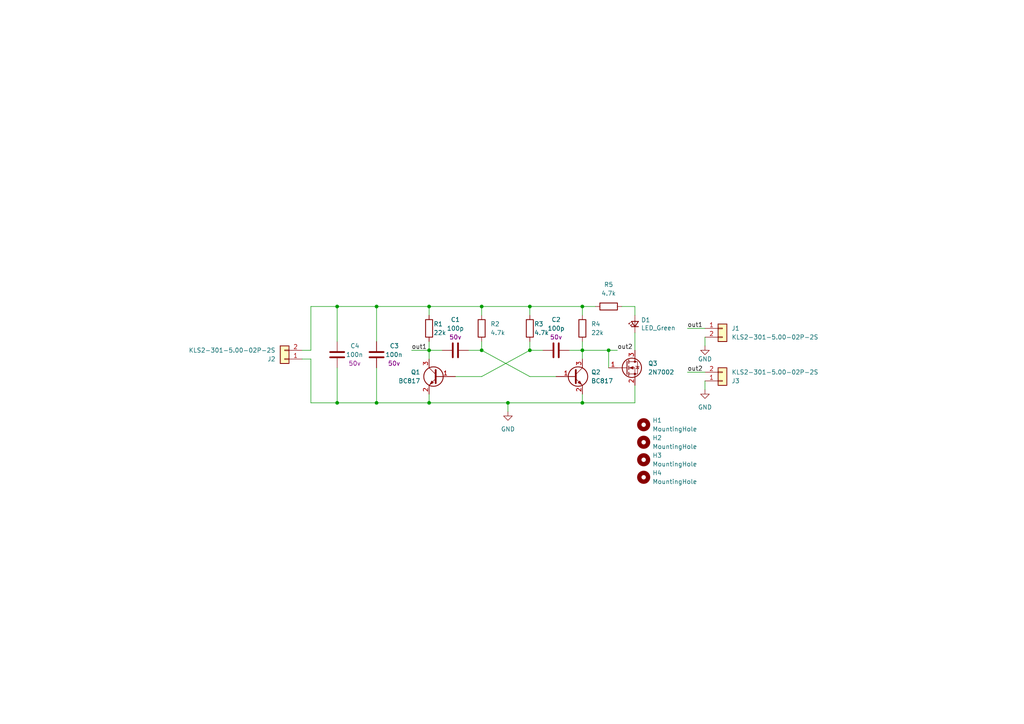
<source format=kicad_sch>
(kicad_sch (version 20211123) (generator eeschema)
  (paper "A4")
  (title_block (title "Мультивибратор") (date "2022-05-18") (comment 2 "Нагаев"))
  (lib_symbols
    (symbol "Device:C" (pin_numbers hide) (pin_names (offset 0.254))
      (property "Reference" "C" (at 0.635 2.54 0))
      (property "Value" "C" (at 0.635 -2.54 0))
      (symbol "C_0_1"
        (polyline (pts (xy -2.032 -0.762) (xy 2.032 -0.762)) (stroke (width 0.508)))
        (polyline (pts (xy -2.032 0.762) (xy 2.032 0.762)) (stroke (width 0.508)))
      )
      (symbol "C_1_1"
        (pin passive line (at 0 3.81 270) (length 2.794) (name "~") (number "1"))
        (pin passive line (at 0 -3.81 90) (length 2.794) (name "~") (number "2"))
      )
    )
    (symbol "Device:LED_Small" (pin_numbers hide) (pin_names (offset 0.254) hide)
      (property "Reference" "D" (at -1.27 3.175 0))
      (property "Value" "LED_Small" (at -4.445 -2.54 0))
      (symbol "LED_Small_0_1"
        (polyline (pts (xy -0.762 -1.016) (xy -0.762 1.016)) (stroke (width 0.254)))
        (polyline (pts (xy 1.016 0) (xy -0.762 0)))
        (polyline (pts (xy 0.762 -1.016) (xy -0.762 0) (xy 0.762 1.016) (xy 0.762 -1.016)) (stroke (width 0.254)))
        (polyline (pts (xy 0 0.762) (xy -0.508 1.27) (xy -0.254 1.27) (xy -0.508 1.27) (xy -0.508 1.016)))
        (polyline (pts (xy 0.508 1.27) (xy 0 1.778) (xy 0.254 1.778) (xy 0 1.778) (xy 0 1.524)))
      )
      (symbol "LED_Small_1_1"
        (pin passive line (at -2.54 0 0) (length 1.778) (name "K") (number "1"))
        (pin passive line (at 2.54 0 180) (length 1.778) (name "A") (number "2"))
      )
    )
    (symbol "Device:R" (pin_numbers hide) (pin_names (offset 0))
      (property "Reference" "R" (at 2.032 0 90))
      (property "Value" "R" (at 0 0 90))
      (symbol "R_0_1"
        (rectangle (start -1.016 -2.54) (end 1.016 2.54) (stroke (width 0.254)))
      )
      (symbol "R_1_1"
        (pin passive line (at 0 3.81 270) (length 1.27) (name "~") (number "1"))
        (pin passive line (at 0 -3.81 90) (length 1.27) (name "~") (number "2"))
      )
    )
    (symbol "MAS_Connectors:KLS2-301-5.00-02P-2S" (pin_names (offset 1.016))
      (property "Reference" "J" (at 0 3.81 0))
      (property "Value" "KLS2-301-5.00-02P-2S" (at -11.43 -4.445 0))
      (symbol "KLS2-301-5.00-02P-2S_1_1"
        (rectangle (start -1.27 -1.143) (end 0 -1.397) (stroke (width 0.1524)))
        (rectangle (start -1.27 1.397) (end 0 1.143) (stroke (width 0.1524)))
        (rectangle (start -1.27 2.54) (end 1.27 -2.54) (stroke (width 0.254)) (fill (type background)))
        (pin passive line (at -5.08 1.27 0) (length 3.81) (name "~") (number "1"))
        (pin passive line (at -5.08 -1.27 0) (length 3.81) (name "~") (number "2"))
      )
    )
    (symbol "Mechanical:MountingHole" (pin_names (offset 1.016))
      (property "Reference" "H" (at 0 5.08 0))
      (property "Value" "MountingHole" (at 0 3.175 0))
      (symbol "MountingHole_0_1"
        (circle (center 0 0) (radius 1.27) (stroke (width 1.27)))
      )
    )
    (symbol "Transistor_BJT:BC817" (pin_names (offset 0) hide)
      (property "Reference" "Q" (at 5.08 1.905 0))
      (property "Value" "BC817" (at 5.08 0 0))
      (symbol "BC817_0_1"
        (polyline (pts (xy 0.635 0.635) (xy 2.54 2.54)))
        (polyline (pts (xy 0.635 -0.635) (xy 2.54 -2.54) (xy 2.54 -2.54)))
        (polyline (pts (xy 0.635 1.905) (xy 0.635 -1.905) (xy 0.635 -1.905)) (stroke (width 0.508)))
        (polyline (pts (xy 1.27 -1.778) (xy 1.778 -1.27) (xy 2.286 -2.286) (xy 1.27 -1.778) (xy 1.27 -1.778)) (fill (type outline)))
        (circle (center 1.27 0) (radius 2.8194) (stroke (width 0.254)))
      )
      (symbol "BC817_1_1"
        (pin input line (at -5.08 0 0) (length 5.715) (name "B") (number "1"))
        (pin passive line (at 2.54 -5.08 90) (length 2.54) (name "E") (number "2"))
        (pin passive line (at 2.54 5.08 270) (length 2.54) (name "C") (number "3"))
      )
    )
    (symbol "Transistor_FET:2N7002" (pin_names hide)
      (property "Reference" "Q" (at 5.08 1.905 0))
      (property "Value" "2N7002" (at 5.08 0 0))
      (symbol "2N7002_0_1"
        (polyline (pts (xy 0.254 0) (xy -2.54 0)))
        (polyline (pts (xy 0.254 1.905) (xy 0.254 -1.905)) (stroke (width 0.254)))
        (polyline (pts (xy 0.762 -1.27) (xy 0.762 -2.286)) (stroke (width 0.254)))
        (polyline (pts (xy 0.762 0.508) (xy 0.762 -0.508)) (stroke (width 0.254)))
        (polyline (pts (xy 0.762 2.286) (xy 0.762 1.27)) (stroke (width 0.254)))
        (polyline (pts (xy 2.54 2.54) (xy 2.54 1.778)))
        (polyline (pts (xy 2.54 -2.54) (xy 2.54 0) (xy 0.762 0)))
        (polyline (pts (xy 0.762 -1.778) (xy 3.302 -1.778) (xy 3.302 1.778) (xy 0.762 1.778)))
        (polyline (pts (xy 1.016 0) (xy 2.032 0.381) (xy 2.032 -0.381) (xy 1.016 0)) (fill (type outline)))
        (polyline (pts (xy 2.794 0.508) (xy 2.921 0.381) (xy 3.683 0.381) (xy 3.81 0.254)))
        (polyline (pts (xy 3.302 0.381) (xy 2.921 -0.254) (xy 3.683 -0.254) (xy 3.302 0.381)))
        (circle (center 1.651 0) (radius 2.794) (stroke (width 0.254)))
        (circle (center 2.54 -1.778) (radius 0.254) (fill (type outline)))
        (circle (center 2.54 1.778) (radius 0.254) (fill (type outline)))
      )
      (symbol "2N7002_1_1"
        (pin input line (at -5.08 0 0) (length 2.54) (name "G") (number "1"))
        (pin passive line (at 2.54 -5.08 90) (length 2.54) (name "S") (number "2"))
        (pin passive line (at 2.54 5.08 270) (length 2.54) (name "D") (number "3"))
      )
    )
    (symbol "power:GND" (power) (pin_names (offset 0))
      (property "Value" "GND" (at 0 -3.81 0))
      (symbol "GND_0_1"
        (polyline (pts (xy 0 0) (xy 0 -1.27) (xy 1.27 -1.27) (xy 0 -2.54) (xy -1.27 -1.27) (xy 0 -1.27)))
      )
      (symbol "GND_1_1"
        (pin power_in line (at 0 0 270) (length 0) hide (name "GND") (number "1"))
      )
    )
  )
  (junction (at 176.53 101.6))
  (junction (at 109.22 116.84))
  (junction (at 124.46 116.84))
  (junction (at 109.22 88.9))
  (junction (at 153.67 101.6))
  (junction (at 97.79 116.84))
  (junction (at 139.7 101.6))
  (junction (at 147.32 116.84))
  (junction (at 124.46 101.6))
  (junction (at 97.79 88.9))
  (junction (at 168.91 116.84))
  (junction (at 153.67 88.9))
  (junction (at 139.7 88.9))
  (junction (at 168.91 101.6))
  (junction (at 168.91 88.9))
  (junction (at 124.46 88.9))
  (wire (pts (xy 87.63 101.6) (xy 90.17 101.6)))
  (wire (pts (xy 168.91 91.44) (xy 168.91 88.9)))
  (wire (pts (xy 139.7 109.22) (xy 153.67 101.6)))
  (wire (pts (xy 109.22 99.06) (xy 109.22 88.9)))
  (wire (pts (xy 97.79 99.06) (xy 97.79 88.9)))
  (wire (pts (xy 97.79 106.68) (xy 97.79 116.84)))
  (wire (pts (xy 139.7 88.9) (xy 153.67 88.9)))
  (wire (pts (xy 124.46 116.84) (xy 124.46 114.3)))
  (wire (pts (xy 90.17 104.14) (xy 90.17 116.84)))
  (wire (pts (xy 124.46 116.84) (xy 147.32 116.84)))
  (wire (pts (xy 180.34 88.9) (xy 184.15 88.9)))
  (wire (pts (xy 109.22 106.68) (xy 109.22 116.84)))
  (wire (pts (xy 124.46 88.9) (xy 139.7 88.9)))
  (wire (pts (xy 153.67 109.22) (xy 139.7 101.6)))
  (wire (pts (xy 147.32 119.38) (xy 147.32 116.84)))
  (wire (pts (xy 90.17 88.9) (xy 97.79 88.9)))
  (wire (pts (xy 184.15 96.52) (xy 184.15 101.6)))
  (wire (pts (xy 109.22 116.84) (xy 124.46 116.84)))
  (wire (pts (xy 204.47 97.79) (xy 204.47 100.33)))
  (wire (pts (xy 199.39 107.95) (xy 204.47 107.95)))
  (wire (pts (xy 90.17 116.84) (xy 97.79 116.84)))
  (wire (pts (xy 168.91 101.6) (xy 168.91 104.14)))
  (wire (pts (xy 153.67 88.9) (xy 168.91 88.9)))
  (wire (pts (xy 204.47 110.49) (xy 204.47 113.03)))
  (wire (pts (xy 139.7 99.06) (xy 139.7 101.6)))
  (wire (pts (xy 168.91 101.6) (xy 176.53 101.6)))
  (wire (pts (xy 97.79 116.84) (xy 109.22 116.84)))
  (wire (pts (xy 90.17 101.6) (xy 90.17 88.9)))
  (wire (pts (xy 119.38 101.6) (xy 124.46 101.6)))
  (wire (pts (xy 139.7 88.9) (xy 139.7 91.44)))
  (wire (pts (xy 87.63 104.14) (xy 90.17 104.14)))
  (wire (pts (xy 168.91 114.3) (xy 168.91 116.84)))
  (wire (pts (xy 176.53 101.6) (xy 176.53 106.68)))
  (wire (pts (xy 199.39 95.25) (xy 204.47 95.25)))
  (wire (pts (xy 124.46 91.44) (xy 124.46 88.9)))
  (wire (pts (xy 184.15 88.9) (xy 184.15 91.44)))
  (wire (pts (xy 153.67 101.6) (xy 157.48 101.6)))
  (wire (pts (xy 135.89 101.6) (xy 139.7 101.6)))
  (wire (pts (xy 153.67 91.44) (xy 153.67 88.9)))
  (wire (pts (xy 168.91 99.06) (xy 168.91 101.6)))
  (wire (pts (xy 184.15 111.76) (xy 184.15 116.84)))
  (wire (pts (xy 168.91 88.9) (xy 172.72 88.9)))
  (wire (pts (xy 124.46 101.6) (xy 128.27 101.6)))
  (wire (pts (xy 97.79 88.9) (xy 109.22 88.9)))
  (wire (pts (xy 109.22 88.9) (xy 124.46 88.9)))
  (wire (pts (xy 168.91 116.84) (xy 184.15 116.84)))
  (wire (pts (xy 132.08 109.22) (xy 139.7 109.22)))
  (wire (pts (xy 153.67 99.06) (xy 153.67 101.6)))
  (wire (pts (xy 165.1 101.6) (xy 168.91 101.6)))
  (wire (pts (xy 124.46 101.6) (xy 124.46 104.14)))
  (wire (pts (xy 124.46 99.06) (xy 124.46 101.6)))
  (wire (pts (xy 153.67 109.22) (xy 161.29 109.22)))
  (wire (pts (xy 176.53 101.6) (xy 179.07 101.6)))
  (wire (pts (xy 147.32 116.84) (xy 168.91 116.84)))
  (label "out1" (at 199.39 95.25 0))
  (label "out2" (at 179.07 101.6 0))
  (label "out1" (at 119.38 101.6 0))
  (label "out2" (at 199.39 107.95 0))
  (symbol (lib_id "MAS_Connectors:KLS2-301-5.00-02P-2S") (at 209.55 109.22 0) (mirror x) (unit 1)
    (property "Reference" "J3" (at 213.36 110.49 0))
    (property "Value" "KLS2-301-5.00-02P-2S" (at 224.79 107.95 0))
    (property "Footprint" "MAS_Package_nostd:KLS2-301-5.00-02P-2S" (effects hide))
    (property "Datasheet" "https://static.chipdip.ru/lib/507/DOC001507148.pdf" (effects hide))
    (property "lcsc" "C699495" (effects hide))
  )
  (symbol (lib_id "Mechanical:MountingHole") (at 186.69 128.27 0) (unit 1) (in_bom no)
    (property "Reference" "H2" (at 189.23 126.9999 0) (effects (justify left)))
    (property "Value" "MountingHole" (at 189.23 129.5399 0) (effects (justify left)))
    (property "Footprint" "MountingHole:MountingHole_2.2mm_M2_DIN965" (effects hide))
  )
  (symbol (lib_id "Device:LED_Small") (at 184.15 93.98 90) (unit 1)
    (property "Reference" "D1" (at 185.928 92.8116 90) (effects (justify right)))
    (property "Value" "LED_Green" (at 185.928 95.123 90) (effects (justify right)))
    (property "Footprint" "LED_SMD:LED_0805_2012Metric" (effects hide))
    (property "chipdip" "9000414318" (effects hide))
    (property "lcsc" "C2297" (effects hide))
  )
  (symbol (lib_id "MAS_Connectors:KLS2-301-5.00-02P-2S") (at 82.55 102.87 180) (unit 1)
    (property "Reference" "J2" (at 78.74 104.14 0))
    (property "Value" "KLS2-301-5.00-02P-2S" (at 67.31 101.6 0))
    (property "Footprint" "MAS_Package_nostd:KLS2-301-5.00-02P-2S" (effects hide))
    (property "Datasheet" "https://static.chipdip.ru/lib/507/DOC001507148.pdf" (effects hide))
    (property "lcsc" "C699495" (effects hide))
  )
  (symbol (lib_id "Device:C") (at 132.08 101.6 270) (unit 1)
    (property "Reference" "C1" (at 132.08 92.71 90))
    (property "Value" "100p" (at 132.08 95.25 90))
    (property "Footprint" "Capacitor_SMD:C_0805_2012Metric" (effects hide))
    (property "Coefficient" "C0G" (effects hide))
    (property "Voltage" "50v" (at 132.08 97.79 90))
    (property "lcsc" "C1790" (effects hide))
  )
  (symbol (lib_id "Transistor_BJT:BC817") (at 166.37 109.22 0) (unit 1)
    (property "Reference" "Q2" (at 171.45 107.9499 0) (effects (justify left)))
    (property "Value" "BC817" (at 171.45 110.4899 0) (effects (justify left)))
    (property "Footprint" "Package_TO_SOT_SMD:SOT-23" (effects hide))
    (property "Datasheet" "https://www.onsemi.com/pub/Collateral/BC818-D.pdf" (effects hide))
    (property "lcsc" "C85078" (effects hide))
  )
  (symbol (lib_id "power:GND") (at 147.32 119.38 0) (unit 1)
    (property "Reference" "#PWR01" (effects hide))
    (property "Value" "GND" (at 147.32 124.46 0))
  )
  (symbol (lib_id "Transistor_BJT:BC817") (at 127 109.22 0) (mirror y) (unit 1)
    (property "Reference" "Q1" (at 121.92 107.9499 0) (effects (justify left)))
    (property "Value" "BC817" (at 121.92 110.4899 0) (effects (justify left)))
    (property "Footprint" "Package_TO_SOT_SMD:SOT-23" (effects hide))
    (property "Datasheet" "https://www.onsemi.com/pub/Collateral/BC818-D.pdf" (effects hide))
    (property "lcsc" "C85078" (effects hide))
  )
  (symbol (lib_id "Mechanical:MountingHole") (at 186.69 133.35 0) (unit 1) (in_bom no)
    (property "Reference" "H3" (at 189.23 132.0799 0) (effects (justify left)))
    (property "Value" "MountingHole" (at 189.23 134.6199 0) (effects (justify left)))
    (property "Footprint" "MountingHole:MountingHole_2.2mm_M2_DIN965" (effects hide))
  )
  (symbol (lib_id "MAS_Connectors:KLS2-301-5.00-02P-2S") (at 209.55 96.52 0) (unit 1)
    (property "Reference" "J1" (at 213.36 95.25 0))
    (property "Value" "KLS2-301-5.00-02P-2S" (at 224.79 97.79 0))
    (property "Footprint" "MAS_Package_nostd:KLS2-301-5.00-02P-2S" (effects hide))
    (property "Datasheet" "https://static.chipdip.ru/lib/507/DOC001507148.pdf" (effects hide))
    (property "lcsc" "C699495" (effects hide))
  )
  (symbol (lib_id "Device:C") (at 97.79 102.87 0) (unit 1)
    (property "Reference" "C4" (at 101.6 100.33 0) (effects (justify left)))
    (property "Value" "100n" (at 100.33 102.87 0) (effects (justify left)))
    (property "Footprint" "Capacitor_SMD:C_0805_2012Metric" (effects hide))
    (property "Coefficient" "X7R" (effects hide))
    (property "Voltage" "50v" (at 102.87 105.41 0))
    (property "lcsc" "C49678" (effects hide))
  )
  (symbol (lib_id "power:GND") (at 204.47 113.03 0) (unit 1)
    (property "Reference" "#PWR03" (effects hide))
    (property "Value" "GND" (at 204.47 118.11 0))
  )
  (symbol (lib_id "Device:R") (at 176.53 88.9 270) (unit 1)
    (property "Reference" "R5" (at 176.53 82.55 90))
    (property "Value" "4.7k" (at 176.53 85.09 90))
    (property "Footprint" "Resistor_SMD:R_0805_2012Metric_Pad1.20x1.40mm_HandSolder" (effects hide))
    (property "Coefficient" "1%" (effects hide))
    (property "lcsc" "C17673" (effects hide))
  )
  (symbol (lib_id "Transistor_FET:2N7002") (at 181.61 106.68 0) (unit 1)
    (property "Reference" "Q3" (at 187.96 105.4099 0) (effects (justify left)))
    (property "Value" "2N7002" (at 187.96 107.9499 0) (effects (justify left)))
    (property "Footprint" "Package_TO_SOT_SMD:SOT-23" (effects hide))
    (property "Datasheet" "https://www.onsemi.com/pub/Collateral/NDS7002A-D.PDF" (effects hide))
    (property "lcsc" "C8545" (effects hide))
  )
  (symbol (lib_id "Device:C") (at 109.22 102.87 0) (unit 1)
    (property "Reference" "C3" (at 113.03 100.33 0) (effects (justify left)))
    (property "Value" "100n" (at 111.76 102.87 0) (effects (justify left)))
    (property "Footprint" "Capacitor_SMD:C_0805_2012Metric" (effects hide))
    (property "Coefficient" "X7R" (effects hide))
    (property "Voltage" "50v" (at 114.3 105.41 0))
    (property "lcsc" "C49678" (effects hide))
  )
  (symbol (lib_id "Device:R") (at 139.7 95.25 0) (unit 1)
    (property "Reference" "R2" (at 142.24 93.9799 0) (effects (justify left)))
    (property "Value" "4.7k" (at 142.24 96.5199 0) (effects (justify left)))
    (property "Footprint" "Resistor_SMD:R_0805_2012Metric_Pad1.20x1.40mm_HandSolder" (effects hide))
    (property "Coefficient" "1%" (effects hide))
    (property "lcsc" "C17673" (effects hide))
  )
  (symbol (lib_id "Mechanical:MountingHole") (at 186.69 123.19 0) (unit 1) (in_bom no)
    (property "Reference" "H1" (at 189.23 121.9199 0) (effects (justify left)))
    (property "Value" "MountingHole" (at 189.23 124.4599 0) (effects (justify left)))
    (property "Footprint" "MountingHole:MountingHole_2.2mm_M2_DIN965" (effects hide))
  )
  (symbol (lib_id "power:GND") (at 204.47 100.33 0) (unit 1)
    (property "Reference" "#PWR02" (effects hide))
    (property "Value" "GND" (at 204.47 104.14 0))
  )
  (symbol (lib_id "Device:C") (at 161.29 101.6 270) (unit 1)
    (property "Reference" "C2" (at 161.29 92.71 90))
    (property "Value" "100p" (at 161.29 95.25 90))
    (property "Footprint" "Capacitor_SMD:C_0805_2012Metric" (effects hide))
    (property "Coefficient" "C0G" (effects hide))
    (property "Voltage" "50v" (at 161.29 97.79 90))
    (property "lcsc" "C1790" (effects hide))
  )
  (symbol (lib_id "Mechanical:MountingHole") (at 186.69 138.43 0) (unit 1) (in_bom no)
    (property "Reference" "H4" (at 189.23 137.1599 0) (effects (justify left)))
    (property "Value" "MountingHole" (at 189.23 139.6999 0) (effects (justify left)))
    (property "Footprint" "MountingHole:MountingHole_2.2mm_M2_DIN965" (effects hide))
  )
  (symbol (lib_id "Device:R") (at 168.91 95.25 0) (unit 1)
    (property "Reference" "R4" (at 171.45 93.9799 0) (effects (justify left)))
    (property "Value" "22k" (at 171.45 96.5199 0) (effects (justify left)))
    (property "Footprint" "Resistor_SMD:R_0805_2012Metric_Pad1.20x1.40mm_HandSolder" (effects hide))
    (property "Coefficient" "1%" (effects hide))
    (property "lcsc" "C17560" (effects hide))
  )
  (symbol (lib_id "Device:R") (at 153.67 95.25 0) (unit 1)
    (property "Reference" "R3" (at 154.94 93.98 0) (effects (justify left)))
    (property "Value" "4.7k" (at 154.94 96.52 0) (effects (justify left)))
    (property "Footprint" "Resistor_SMD:R_0805_2012Metric_Pad1.20x1.40mm_HandSolder" (effects hide))
    (property "Coefficient" "1%" (effects hide))
    (property "lcsc" "C17673" (effects hide))
  )
  (symbol (lib_id "Device:R") (at 124.46 95.25 0) (unit 1)
    (property "Reference" "R1" (at 125.73 93.98 0) (effects (justify left)))
    (property "Value" "22k" (at 125.73 96.52 0) (effects (justify left)))
    (property "Footprint" "Resistor_SMD:R_0805_2012Metric_Pad1.20x1.40mm_HandSolder" (effects hide))
    (property "Coefficient" "1%" (effects hide))
    (property "lcsc" "C17560" (effects hide))
  )
)
</source>
